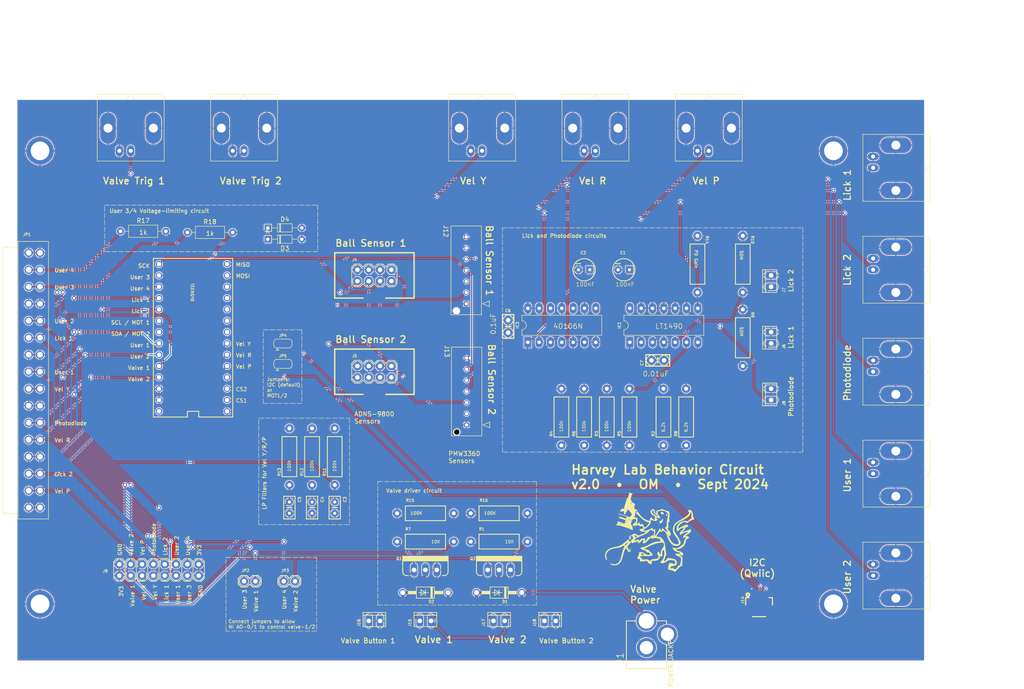
<source format=kicad_pcb>
(kicad_pcb (version 20240108) (generator "pcbnew") (generator_version "8.0")
  (layers (0 "F.Cu" signal) (31 "B.Cu" signal) (34 "B.Paste" user) (35 "F.Paste" user) (36 "B.SilkS" user "B.Silkscreen") (37 "F.SilkS" user "F.Silkscreen") (38 "B.Mask" user) (39 "F.Mask" user) (44 "Edge.Cuts" user))
  (net 0 "")
  (net 1 "GND")
  (net 2 "Net-(C1-+)")
  (net 3 "/VEL_Y")
  (net 4 "/VEL_R")
  (net 5 "/VEL_P")
  (net 6 "+3.3V")
  (net 7 "Net-(Q2-D)")
  (net 8 "V_Sol")
  (net 9 "Net-(Q1-D)")
  (net 10 "/USER_4")
  (net 11 "/SCK")
  (net 12 "/MOSI")
  (net 13 "/MOT1")
  (net 14 "/MISO")
  (net 15 "/CS1")
  (net 16 "/MOT2")
  (net 17 "/CS2")
  (net 18 "/LICK_1_IN")
  (net 19 "/LICK_2_IN")
  (net 20 "Net-(IC1C--IN)")
  (net 21 "/LICK_1")
  (net 22 "/VALVE_2_TRIG")
  (net 23 "/PHOTODIODE")
  (net 24 "/VALVE_1_TRIG")
  (net 25 "/USER_2")
  (net 26 "/USER_3")
  (net 27 "/USER_1")
  (net 28 "/LICK_2")
  (net 29 "/SDA")
  (net 30 "/SCL")
  (net 31 "Net-(Q1-G)")
  (net 32 "Net-(Q2-G)")
  (net 33 "/USER_4_IN")
  (net 34 "/USER_3_IN")
  (net 35 "/SDA-D18")
  (net 36 "/SCL-D19")
  (net 37 "Net-(IC1A-OUT)")
  (net 38 "Net-(IC1A--IN)")
  (net 39 "Net-(IC1B--IN)")
  (net 40 "Net-(IC1B-OUT)")
  (net 41 "Net-(R11-2)")
  (net 42 "Net-(R12-2)")
  (net 43 "Net-(R13-2)")
  (net 51 "Net-(IC3A-I)")
  (footprint "Jumper:SolderJumper-3_P1.3mm_Bridged12_RoundedPad1.0x1.5mm" (layer "F.Cu") (at 87.1809 91.9734)
    (property "Reference" "JP4")
    (property "Value" "SolderJumper_3_Bridged12" (hide yes))
  )
  (footprint "HarveyBehaviorPCB_v2:TO220V" (layer "F.Cu") (at 135.636 142.748)
    (property "Reference" "Q2")
    (property "Value" "N-FET" (hide yes))
  )
  (footprint "Connector_Coaxial:BNC_Amphenol_B6252HB-NPP3G-50_Horizontal" (layer "F.Cu") (at 219.456 144.018 -90)
    (property "Reference" "U$10" (hide yes))
    (property "Value" "BNCPTH" (hide yes))
  )
  (footprint "HarveyBehaviorPCB_v2:2X4" (layer "F.Cu") (at 107.696 76.708)
    (property "Reference" "J4")
    (property "Value" "BALL_1" (hide yes))
  )
  (footprint "HarveyBehaviorPCB_v2:CPOL-RADIAL-10UF-25V" (layer "F.Cu") (at 154.686 75.438)
    (property "Reference" "C2")
    (property "Value" "C_Polarized_US" (hide yes))
  )
  (footprint "HarveyBehaviorPCB_v2:AXIAL-0.5" (layer "F.Cu") (at 190.246 90.678 -90)
    (property "Reference" "R9")
    (property "Value" "50M")
  )
  (footprint "HarveyBehaviorPCB_v2:2X8" (layer "F.Cu") (at 50.546 144.018)
    (property "Reference" "J9")
    (property "Value" "M08X2" (hide yes))
  )
  (footprint "HarveyBehaviorPCB_v2:1X02" (layer "F.Cu") (at 87.376 145.288)
    (property "Reference" "JP3")
    (property "Value" "JUMPER-2PTH" (hide yes))
  )
  (footprint "HarveyBehaviorPCB_v2:SMTSO-256-ET-0.165DIA" (layer "F.Cu") (at 210.566 150.368)
    (property "Reference" "J11" (hide yes))
    (property "Value" "M01SMTSO-256-ET-0.165DIA" (hide yes))
  )
  (footprint "HarveyBehaviorPCB_v2:SMTSO-256-ET-0.165DIA" (layer "F.Cu") (at 32.766 150.368)
    (property "Reference" "J2" (hide yes))
    (property "Value" "M01SMTSO-256-ET-0.165DIA" (hide yes))
  )
  (footprint "HarveyBehaviorPCB_v2:DO41-10" (layer "F.Cu") (at 135.636 147.828 180)
    (property "Reference" "D1")
    (property "Value" "1N4148" (hide yes))
  )
  (footprint "Connector_Coaxial:BNC_Amphenol_B6252HB-NPP3G-50_Horizontal" (layer "F.Cu") (at 157.226 48.768)
    (property "Reference" "U$4" (hide yes))
    (property "Value" "BNCPTH" (hide yes))
  )
  (footprint "HarveyBehaviorPCB_v2:AXIAL-0.5" (layer "F.Cu") (at 88.646 117.348 90)
    (property "Reference" "R13")
    (property "Value" "100k")
  )
  (footprint "HarveyBehaviorPCB_v2:10X02MTA" (layer "F.Cu") (at 147.066 154.178)
    (property "Reference" "J18")
    (property "Value" "Valve 2 Switch" (hide yes))
  )
  (footprint "HarveyBehaviorPCB_v2:TO220V" (layer "F.Cu") (at 119.126 142.748)
    (property "Reference" "Q1")
    (property "Value" "N-FET" (hide yes))
  )
  (footprint "Diode_THT:D_DO-34_SOD68_P7.62mm_Horizontal" (layer "F.Cu") (at 83.815 68.58)
    (property "Reference" "D3")
    (property "Value" "Vz=3V3" (hide yes))
  )
  (footprint "Package_DIP:DIP-14_W7.62mm_LongPads" (layer "F.Cu") (at 164.9349 91.693393 90)
    (property "Reference" "IC1")
    (property "Value" "LT1490A")
  )
  (footprint "HarveyBehaviorPCB_v2:AXIAL-0.5" (layer "F.Cu") (at 93.726 117.348 90)
    (property "Reference" "R12")
    (property "Value" "100k")
  )
  (footprint "HarveyBehaviorPCB_v2:AXIAL-0.5" (layer "F.Cu") (at 98.806 117.348 90)
    (property "Reference" "R11")
    (property "Value" "100k")
  )
  (footprint "HarveyBehaviorPCB_v2:10X02MTA" (layer "F.Cu") (at 119.126 154.178)
    (property "Reference" "J15")
    (property "Value" "Valve 1" (hide yes))
  )
  (footprint "HarveyBehaviorPCB_v2:10X02MTA" (layer "F.Cu") (at 196.596 103.378 90)
    (property "Reference" "J8")
    (property "Value" "Photodiode" (hide yes))
  )
  (footprint "Diode_THT:D_DO-34_SOD68_P7.62mm_Horizontal" (layer "F.Cu") (at 83.815 66.04)
    (property "Reference" "D4")
    (property "Value" "Vz=3V3" (hide yes))
  )
  (footprint "HarveyBehaviorPCB_v2:10X02MTA" (layer "F.Cu") (at 107.696 154.178)
    (property "Reference" "J16")
    (property "Value" "Valve 1 Switch" (hide yes))
  )
  (footprint "SparkFun-Connectors:POWER_JACK_PTH" (layer "F.Cu") (at 168.656 166.878)
    (property "Reference" "J1")
    (property "Value" "POWER_JACKPTH")
  )
  (footprint "HarveyBehaviorPCB_v2:AXIAL-0.5" (layer "F.Cu") (at 149.606 108.458 90)
    (property "Reference" "R4")
    (property "Value" "100k")
  )
  (footprint "Resistor_THT:R_Axial_DIN0207_L6.3mm_D2.5mm_P10.16mm_Horizontal" (layer "F.Cu") (at 50.8 66.802)
    (property "Reference" "R17")
    (property "Value" "1k")
  )
  (footprint "HarveyBehaviorPCB_v2:AXIAL-0.5" (layer "F.Cu") (at 180.086 74.168 -90)
    (property "Reference" "R14")
    (property "Value" "PD Gain")
  )
  (footprint "HarveyBehaviorPCB_v2:CAP-PTH-SMALL2" (layer "F.Cu") (at 88.646 127.508 -90)
    (property "Reference" "C5")
    (property "Value" "0.22uF")
  )
  (footprint "HarveyBehaviorPCB_v2:AXIAL-0.5" (layer "F.Cu") (at 172.466 108.458 90)
    (property "Reference" "R2")
    (property "Value" "6.2k")
  )
  (footprint "HarveyBehaviorPCB_v2:CAP-PTH-SMALL-KIT" (layer "F.Cu") (at 171.196 95.758)
    (property "Reference" "C7" (hide yes))
    (property "Value" "0.01uF" (hide yes))
  )
  (footprint "HarveyBehaviorPCB_v2:2X4" (layer "F.Cu") (at 107.696 98.298)
    (property "Reference" "J5")
    (property "Value" "BALL_2" (hide yes))
  )
  (footprint "HarveyBehaviorPCB_v2:CAP-PTH-SMALL2" (layer "F.Cu") (at 93.726 127.508 -90)
    (property "Reference" "C4")
    (property "Value" "0.22uF")
  )
  (footprint "Connector_Coaxial:BNC_Amphenol_B6252HB-NPP3G-50_Horizontal" (layer "F.Cu") (at 78.486 48.768)
    (property "Reference" "U$2" (hide yes))
    (property "Value" "BNCPTH" (hide yes))
  )
  (footprint "Jumper:SolderJumper-3_P1.3mm_Bridged12_RoundedPad1.0x1.5mm" (layer "F.Cu") (at 87.1809 96.5454)
    (property "Reference" "JP5")
    (property "Value" "SolderJumper_3_Bridged12" (hide yes))
  )
  (footprint "HarveyBehaviorPCB_v2:AXIAL-0.5" (layer "F.Cu") (at 135.636 136.398 180)
    (property "Reference" "R1")
    (property "Value" "10K")
  )
  (footprint "HarveyBehaviorPCB_v2:AXIAL-0.5" (layer "F.Cu") (at 135.636 130.048)
    (property "Reference" "R16")
    (property "Value" "100K")
  )
  (footprint "HarveyBehaviorPCB_v2:AXIAL-0.5" (layer "F.Cu") (at 119.126 130.048)
    (property "Reference" "R15")
    (property "Value" "100K")
  )
  (footprint "HarveyBehaviorPCB_v2:AXIAL-0.5" (layer "F.Cu") (at 164.846 108.458 90)
    (property "Reference" "R5")
    (property "Value" "100k")
  )
  (footprint "HarveyBehaviorPCB_v2:AXIAL-0.5" (layer "F.Cu") (at 154.686 108.458 90)
    (property "Reference" "R6")
    (property "Value" "100k")
  )
  (footprint "HarveyBehaviorPCB_v2:10X02MTA" (layer "F.Cu") (at 135.636 154.178)
    (property "Reference" "J17")
    (property "Value" "Valve 2" (hide yes))
  )
  (footprint "Connector_Coaxial:BNC_Amphenol_B6252HB-NPP3G-50_Horizontal" (layer "F.Cu") (at 53.086 48.768)
    (property "Reference" "U$1" (hide yes))
    (property "Value" "BNCPTH" (hide yes))
  )
  (footprint "HarveyBehaviorPCB_v2:1X16_TERM_BLOCK_0.15_" (layer "F.Cu") (at 32.766 71.628 -90)
    (property "Reference" "JP1")
    (property "Value" "M16")
  )
  (footprint "Connector_Coaxial:BNC_Amphenol_B6252HB-NPP3G-50_Horizontal" (layer "F.Cu") (at 219.456 75.438 -90)
    (property "Reference" "U$7" (hide yes))
    (property "Value" "BNCPTH" (hide yes))
  )
  (footprint "footprints:CON_535170730_MOL" (layer "F.Cu") (at 128.3589 110.236 -90)
    (property "Reference" "J13")
    (property "Value" "Conn_01x07" (hide yes))
  )
  (footprint "HarveyBehaviorPCB_v2:CAP-PTH-SMALL2" (layer "F.Cu") (at 98.806 127.508 -90)
    (property "Reference" "C3")
    (property "Value" "0.22uF")
  )
  (footprint "Connector_Coaxial:BNC_Amphenol_B6252HB-NPP3G-50_Horizontal" (layer "F.Cu") (at 182.626 48.768)
    (property "Reference" "U$3" (hide yes))
    (property "Value" "BNCPTH" (hide yes))
  )
  (footprint "footprints:CON_535170730_MOL" (layer "F.Cu") (at 128.27 83.058 -90)
    (property "Reference" "J12")
    (property "Value" "Conn_01x07" (hide yes))
  )
  (footprint "HarveyBehaviorPCB_v2:10X02MTA" (layer "F.Cu") (at 196.596 77.978 90)
    (property "Reference" "J7")
    (property "Value" "MTA02-100" (hide yes))
  )
  (footprint "HarveyBehaviorPCB_v2:AXIAL-0.5" (layer "F.Cu") (at 177.546 108.458 90)
    (property "Reference" "R8")
    (property "Value" "6.2k")
  )
  (footprint "HarveyBehaviorPCB_v2:10X02MTA" (layer "F.Cu") (at 196.596 90.678 90)
    (property "Reference" "J6")
    (property "Value" "MTA02-100" (hide yes))
  )
  (footprint "HarveyBehaviorPCB_v2:SMTSO-256-ET-0.165DIA" (layer "F.Cu") (at 210.566 48.768)
    (property "Reference" "J10" (hide yes))
    (property "Value" "M01SMTSO-256-ET-0.165DIA" (hide yes))
  )
  (footprint "HarveyBehaviorPCB_v2:CPOL-RADIAL-10UF-25V" (layer "F.Cu") (at 163.576 75.438)
    (property "Reference" "C1")
    (property "Value" "100nF" (hide yes))
  )
  (footprint "HarveyBehaviorPCB_v2:SMTSO-256-ET-0.165DIA" (layer "F.Cu") (at 32.766 48.768)
    (property "Reference" "J3" (hide yes))
    (property "Value" "M01SMTSO-256-ET-0.165DIA" (hide yes))
  )
  (footprint "Connector_Coaxial:BNC_Amphenol_B6252HB-NPP3G-50_Horizontal" (layer "F.Cu") (at 219.456 98.298 -90)
    (property "Reference" "U$8" (hide yes))
    (property "Value" "BNCPTH" (hide yes))
  )
  (footprint "Package_DIP:DIP-14_W7.62mm_LongPads" (layer "F.Cu") (at 142.0749 91.693393 90)
    (property "Reference" "IC3")
    (property "Value" "40106N")
  )
  (footprint "HarveyBehaviorPCB_v2:AXIAL-0.5" (layer "F.Cu") (at 159.766 108.458 90)
    (property "Reference" "R3")
    (property "Value" "100k")
  )
  (footprint "HarveyBehaviorPCB_v2:1X02" (layer "F.Cu") (at 78.486 145.288)
    (property "Reference" "JP2")
    (property "Value" "JUMPER-2PTH" (hide yes))
  )
  (footprint "HarveyBehaviorPCB_v2:DO41-10" (layer "F.Cu") (at 119.126 147.828 180)
    (property "Reference" "D2")
    (property "Value" "1N4148" (hide yes))
  )
  (footprint "HarveyBehaviorPCB_v2:AXIAL-0.5" (layer "F.Cu") (at 190.246 74.168 -90)
    (property "Reference" "R10")
    (property "Value" "50M")
  )
  (footprint "HarveyBehaviorPCB_v2:CAP-PTH-SMALL-KIT" (layer "F.Cu") (at 137.668 88.138 -90)
    (property "Reference" "C6" (hide yes))
    (property "Value" "0.1uF" (hide yes))
  )
  (footprint "Connector_Coaxial:BNC_Amphenol_B6252HB-NPP3G-50_Horizontal" (layer "F.Cu") (at 219.456 121.158 -90)
    (property "Reference" "U$9" (hide yes))
    (property "Value" "BNCPTH" (hide yes))
  )
  (footprint "HarveyBehaviorPCB_v2:AXIAL-0.5" (layer "F.Cu") (at 119.126 136.398 180)
    (property "Reference" "R7")
    (property "Value" "10K")
  )
  (footprint "Connector_Coaxial:BNC_Amphenol_B6252HB-NPP3G-50_Horizontal" (layer "F.Cu") (at 131.826 48.768)
    (property "Reference" "U$5" (hide yes))
    (property "Value" "BNCPTH" (hide yes))
  )
  (footprint "Resistor_THT:R_Axial_DIN0207_L6.3mm_D2.5mm_P10.16mm_Horizontal" (layer "F.Cu") (at 65.786 67.056)
    (property "Reference" "R18")
    (property "Value" "1k")
  )
  (footprint "RIC Global Footprints:RIC_Logo_20mm" (layer "F.Cu") (at 169.3799 134.2644)
    (property "Reference" "G***" (hide yes))
    (property "Value" "LOGO" (hide yes))
  )
  (footprint "Connector_Coaxial:BNC_Amphenol_B6252HB-NPP3G-50_Horizontal" (layer "F.Cu") (at 219.456 52.578 -90)
    (property "Reference" "U$6" (hide yes))
    (property "Value" "BNCPTH" (hide yes))
  )
  (footprint "SparkFun-Connectors:1X04_1MM_RA" (layer "F.Cu") (at 193.8909 148.621115)
    (property "Reference" "J14")
    (property "Value" "I2C_STANDARDQWIIC" (hide yes))
  )
  (footprint "HarveyBehaviorPCB_v2:TEENSY_3.0-3.2&LC_DIL" (layer "F.Cu") (at 67.056 90.678 180)
    (property "Reference" "TEENSY0")
    (property "Value" "TEENSY_3.1-3.2-4.0" (hide yes))
  )
  (gr_rect (start 136.398 66.04) (end 203.708 116.332) (stroke (width 0.1) (type dash)) (fill none) (layer "F.SilkS"))
  (gr_line (start 98.806 81.788) (end 105.156 81.788) (stroke (width 0.3048)) (layer "F.SilkS"))
  (gr_rect (start 82.804 88.9) (end 91.44 105.41) (stroke (width 0.1) (type dash)) (fill none) (layer "F.SilkS"))
  (gr_line (start 116.586 81.788) (end 110.236 81.788) (stroke (width 0.3048)) (layer "F.SilkS"))
  (gr_line (start 116.586 103.378) (end 110.236 103.378) (stroke (width 0.3048)) (layer "F.SilkS"))
  (gr_rect (start 47.244 60.96) (end 94.996 71.374) (stroke (width 0.1) (type dash)) (fill none) (layer "F.SilkS"))
  (gr_line (start 98.806 93.218) (end 116.586 93.218) (stroke (width 0.3048)) (layer "F.SilkS"))
  (gr_line (start 98.806 103.378) (end 105.156 103.378) (stroke (width 0.3048)) (layer "F.SilkS"))
  (gr_rect (start 81.788 108.712) (end 102.108 132.588) (stroke (width 0.1) (type dash)) (fill none) (layer "F.SilkS"))
  (gr_line (start 116.586 71.628) (end 116.586 81.788) (stroke (width 0.3048)) (layer "F.SilkS"))
  (gr_rect (start 108.458 122.936) (end 144.018 150.622) (stroke (width 0.1) (type dash)) (fill none) (layer "F.SilkS"))
  (gr_rect (start 74.422 139.954) (end 94.742 156.464) (stroke (width 0.1) (type dash)) (fill none) (layer "F.SilkS"))
  (gr_line (start 116.586 93.218) (end 116.586 103.378) (stroke (width 0.3048)) (layer "F.SilkS"))
  (gr_line (start 98.806 71.628) (end 116.586 71.628) (stroke (width 0.3048)) (layer "F.SilkS"))
  (gr_line (start 98.806 71.628) (end 98.806 81.788) (stroke (width 0.3048)) (layer "F.SilkS"))
  (gr_line (start 98.806 93.218) (end 98.806 103.378) (stroke (width 0.3048)) (layer "F.SilkS"))
  (gr_line (start 27.686 37.338) (end 27.686 163.068) (stroke (width 0.05)) (layer "Edge.Cuts"))
  (gr_line (start 230.886 163.068) (end 230.886 37.338) (stroke (width 0.05)) (layer "Edge.Cuts"))
  (gr_line (start 230.886 37.338) (end 27.686 37.338) (stroke (width 0.05)) (layer "Edge.Cuts"))
  (gr_line (start 27.686 163.068) (end 230.886 163.068) (stroke (width 0.05)) (layer "Edge.Cuts"))
  (gr_text "Lick 2" (at 53.216386 85.238336 0) (layer "F.SilkS") (effects (font (size 0.8636 0.8636) (thickness 0.1524)) (justify left bottom)))
  (gr_text "Valve\nPower" (at 164.846 150.368 0) (layer "F.SilkS") (effects (font (size 1.5113 1.5113) (thickness 0.2667)) (justify left bottom)))
  (gr_text "Valve 1" (at 53.996336 151.06009 90) (layer "F.SilkS") (effects (font (size 0.8636 0.8636) (thickness 0.1524)) (justify left bottom)))
  (gr_text "User 4" (at 66.421 139.573 90) (layer "F.SilkS") (effects (font (size 0.8636 0.8636) (thickness 0.1524)) (justify left bottom)))
  (gr_text "User 1" (at 35.941 98.933 0) (layer "F.SilkS") (effects (font (size 0.8636 0.8636) (thickness 0.1524)) (justify left bottom)))
  (gr_text "Ball Sensor 2" (at 98.806 91.948 0) (layer "F.SilkS") (effects (font (size 1.5113 1.5113) (thickness 0.2667)) (justify left bottom)))
  (gr_text "Vel Y" (at 76.581 92.583 0) (layer "F.SilkS") (effects (font (size 0.8636 0.8636) (thickness 0.1524)) (justify left bottom)))
  (gr_text "Lick 1" (at 53.216386 82.698336 0) (layer "F.SilkS") (effects (font (size 0.8636 0.8636) (thickness 0.1524)) (justify left bottom)))
  (gr_text "Connect jumpers to allow \nNI AO-0/1 to control valve-1/2" (at 74.93 155.956 0) (layer "F.SilkS") (effects (font (size 0.762 0.762) (thickness 0.127) (bold yes)) (justify left bottom)))
  (gr_text "User 4" (at 52.887395 80.158336 0) (layer "F.SilkS") (effects (font (size 0.8636 0.8636) (thickness 0.1524)) (justify left bottom)))
  (gr_text "Lick and Photodiode circuits" (at 140.716 68.326 0) (layer "F.SilkS") (effects (font (size 0.8636 0.8636) (thickness 0.1524)) (justify left bottom)))
  (gr_text "3V3" (at 68.961 139.573 90) (layer "F.SilkS") (effects (font (size 0.8636 0.8636) (thickness 0.1524)) (justify left bottom)))
  (gr_text "Valve 1" (at 81.661 152.273 90) (layer "F.SilkS") (effects (font (size 0.8636 0.8636) (thickness 0.1524)) (justify left bottom)))
  (gr_text "User 1" (at 52.887395 92.858336 0) (layer "F.SilkS") (effects (font (size 0.8636 0.8636) (thickness 0.1524)) (justify left bottom)))
  (gr_text "Vel Y" (at 126.746 56.388 0) (layer "F.SilkS") (effects (font (size 1.5113 1.5113) (thickness 0.2667)) (justify left bottom)))
  (gr_text "User 3" (at 52.887395 77.618336 0) (layer "F.SilkS") (effects (font (size 0.8636 0.8636) (thickness 0.1524)) (justify left bottom)))
  (gr_text "Valve 2" (at 133.096 159.258 0) (layer "F.SilkS") (effects (font (size 1.5113 1.5113) (thickness 0.2667)) (justify left bottom)))
  (gr_text "User 2" (at 35.941 87.503 0) (layer "F.SilkS") (effects (font (size 0.8636 0.8636) (thickness 0.1524)) (justify left bottom)))
  (gr_text "Lick 1" (at 201.676 93.218 90) (layer "F.SilkS") (effects (font (size 1.0795 1.0795) (thickness 0.1905)) (justify left bottom)))
  (gr_text "Valve 1" (at 52.39391 97.938336 0) (layer "F.SilkS") (effects (font (size 0.8636 0.8636) (thickness 0.1524)) (justify left bottom)))
  (gr_text "Vel P" (at 56.261 139.573 90) (layer "F.SilkS") (effects (font (size 0.8636 0.8636) (thickness 0.1524)) (justify left bottom)))
  (gr_text "3V3" (at 51.456336 148.839404 90) (layer "F.SilkS") (effects (font (size 0.8636 0.8636) (thickness 0.1524)) (justify left bottom)))
  (gr_text "Ball Sensor 1" (at 132.588 65.278 -90) (layer "F.SilkS") (effects (font (size 1.5113 1.5113) (thickness 0.2667)) (justify left bottom)))
  (gr_text "Lick 1" (at 214.540338 60.128573 90) (layer "F.SilkS") (effects (font (size 1.5113 1.5113) (thickness 0.2667)) (justify left bottom)))
  (gr_text "Lick 2" (at 35.941 121.793 0) (layer "F.SilkS") (effects (font (size 0.8636 0.8636) (thickness 0.1524)) (justify left bottom)))
  (gr_text "User 4" (at 88.011 151.638 90) (layer "F.SilkS") (effects (font (size 0.8636 0.8636) (thickness 0.1524)) (justify left bottom)))
  (gr_text "PMW3360\nSensors" (at 124.206 118.872 0) (layer "F.SilkS") (effects (font (size 1 1)) (justify left bottom)))
  (gr_text "LT1490" (at 170.561 88.773 0) (layer "F.SilkS") (effects (font (size 1.143 1.143) (thickness 0.127)) (justify left bottom)))
  (gr_text "User 3" (at 79.121 151.638 90) (layer "F.SilkS") (effects (font (size 0.8636 0.8636) (thickness 0.1524)) (justify left bottom)))
  (gr_text "Ball Sensor 1" (at 98.806 70.358 0) (layer "F.SilkS") (effects (font (size 1.5113 1.5113) (thickness 0.2667)) (justify left bottom)))
  (gr_text "Valve Button 1" (at 100.076 159.258 0) (layer "F.SilkS") (effects (font (size 1.0795 1.0795) (thickness 0.1905)) (justify left bottom)))
  (gr_text "Valve driver circuit" (at 110.236 125.476 0) (layer "F.SilkS") (effects (font (size 0.8636 0.8636) (thickness 0.1524)) (justify left bottom)))
  (gr_text "User 3/4 Voltage-limiting circuit" (at 48.26 62.738 0) (layer "F.SilkS") (effects (font (size 0.8636 0.8636) (thickness 0.1524)) (justify left bottom)))
  (gr_text "MISO" (at 76.581 74.803 0) (layer "F.SilkS") (effects (font (size 0.8636 0.8636) (thickness 0.1524)) (justify left bottom)))
  (gr_text "Lick 1" (at 61.616336 150.237614 90) (layer "F.SilkS") (effects (font (size 0.8636 0.8636) (thickness 0.1524)) (justify left bottom)))
  (gr_text "Vel R" (at 35.941 114.173 0) (layer "F.SilkS") (effects (font (size 0.8636 0.8636) (thickness 0.1524)) (justify left bottom)))
  (gr_text "Valve 2" (at 90.551 152.273 90) (layer "F.SilkS") (effects (font (size 0.8636 0.8636) (thickness 0.1524)) (justify left bottom)))
  (gr_text "Photodiode" (at 201.676 108.458 90) (layer "F.SilkS") (effects (font (size 1.0795 1.0795) (thickness 0.1905)) (justify left bottom)))
  (gr_text "User 2" (at 52.887395 95.398336 0) (layer "F.SilkS") (effects (font (size 0.8636 0.8636) (thickness 0.1524)) (justify left bottom)))
  (gr_text "Lick 2" (at 201.676 80.518 90) (layer "F.SilkS") (effects (font (size 1.0795 1.0795) (thickness 0.1905)) (justify left bottom)))
  (gr_text "LP Filters for Vel Y/R/P" (at 83.566 129.286 90) (layer "F.SilkS") (effects (font (size 0.8636 0.8636) (thickness 0.1524)) (justify left bottom)))
  (gr_text "Photodiode" (at 214.540338 105.040009 90) (layer "F.SilkS") (effects (font (size 1.5113 1.5113) (thickness 0.2667)) (justify left bottom)))
  (gr_text "100nF" (at 152.781 79.248 0) (layer "F.SilkS") (effects (font (size 0.9144 0.9144) (thickness 0.1016)) (justify left bottom)))
  (gr_text "CS2" (at 76.581 102.743 0) (layer "F.SilkS") (effects (font (size 0.8636 0.8636) (thickness 0.127)) (justify left bottom)))
  (gr_text "0.1uF" (at 135.001 90.043 90) (layer "F.SilkS") (effects (font (size 1.143 1.143) (thickness 0.127)) (justify left bottom)))
  (gr_text "Harvey Lab Behavior Circuit\nv2.0  •  OM  •  Sept 2024" (at 151.5999 124.7394 0) (layer "F.SilkS") (effects (font (size 2.032 2.032) (thickness 0.381)) (justify left bottom)))
  (gr_text "Valve 2" (at 52.39391 100.478336 0) (layer "F.SilkS") (effects (font (size 0.8636 0.8636) (thickness 0.1524)) (justify left bottom)))
  (gr_text "User 1" (at 214.540338 125.474307 90) (layer "F.SilkS") (effects (font (size 1.5113 1.5113) (thickness 0.2667)) (justify left bottom)))
  (gr_text "Valve 2" (at 53.721 139.573 90) (layer "F.SilkS") (effects (font (size 0.8636 0.8636) (thickness 0.1524)) (justify left bottom)))
  (gr_text "GND" (at 51.181 139.573 90) (layer "F.SilkS") (effects (font (size 0.8636 0.8636) (thickness 0.1524)) (justify left bottom)))
  (gr_text "40106N" (at 147.701 88.773 0) (layer "F.SilkS") (effects (font (size 1.143 1.143) (thickness 0.127)) (justify left bottom)))
  (gr_text "Lick 1" (at 35.941 91.313 0) (layer "F.SilkS") (effects (font (size 0.8636 0.8636) (thickness 0.1524)) (justify left bottom)))
  (gr_text "C6" (at 136.906 84.963 0) (layer "F.SilkS") (effects (font (size 0.635 0.635) (thickness 0.127)) (justify left bottom)))
  (gr_text "User 3" (at 66.696336 150.566605 90) (layer "F.SilkS") (effects (font (size 0.8636 0.8636) (thickness 0.1524)) (justify left bottom)))
  (gr_text "ADNS-9800\nSensors" (at 103.124 109.982 0) (layer "F.SilkS") (effects (font (size 1 1)) (justify left bottom)))
  (gr_text "Jumpers:\nI2C (default)\nor\nMOT1/2" (at 83.554307 104.109439 0) (layer "F.SilkS") (effects (font (size 0.762 0.762) (thickness 0.127) (bold yes)) (justify left bottom)))
  (gr_text "100nF" (at 161.671 79.248 0) (layer "F.SilkS") (effects (font (size 0.9144 0.9144) (thickness 0.1016)) (justify left bottom)))
  (gr_text "C7" (at 168.021 97.028 90) (layer "F.SilkS") (effects (font (size 0.635 0.635) (thickness 0.127) (bold yes)) (justify left bottom)))
  (gr_text "Vel R" (at 153.416 56.388 0) (layer "F.SilkS") (effects (font (size 1.5113 1.5113) (thickness 0.2667)) (justify left bottom)))
  (gr_text "SCK" (at 54.696844 75.078336 0) (layer "F.SilkS") (effects (font (size 0.8636 0.8636) (thickness 0.1524)) (justify left bottom)))
  (gr_text "Vel P" (at 35.941 125.603 0) (layer "F.SilkS") (effects (font (size 0.8636 0.8636) (thickness 0.1524)) (justify left bottom)))
  (gr_text "GND" (at 69.236336 148.839404 90) (layer "F.SilkS") (effects (font (size 0.8636 0.8636) (thickness 0.1524)) (justify left bottom)))
  (gr_text "User 1" (at 64.156336 150.566605 90) (layer "F.SilkS") (effects (font (size 0.8636 0.8636) (thickness 0.1524)) (justify left bottom)))
  (gr_text "User 2" (at 214.540338 148.334307 90) (layer "F.SilkS") (effects (font (size 1.5113 1.5113) (thickness 0.2667)) (justify left bottom)))
  (gr_text "Vel P" (at 178.816 56.388 0) (layer "F.SilkS") (effects (font (size 1.5113 1.5113) (thickness 0.2667)) (justify left bottom)))
  (gr_text "User 4" (at 35.941 76.073 0) (layer "F.SilkS") (effects (font (size 0.8636 0.8636) (thickness 0.1524)) (justify left bottom)))
  (gr_text "Photodiode" (at 35.941 110.363 0) (layer "F.SilkS") (effects (font (size 0.8636 0.8636) (thickness 0.1524)) (justify left bottom)))
  (gr_text "Vel R" (at 56.536336 149.661881 90) (layer "F.SilkS") (effects (font (size 0.8636 0.8636) (thickness 0.1524)) (justify left bottom)))
  (gr_text "Vel P" (at 76.581 97.663 0) (layer "F.SilkS") (effects (font (size 0.8636 0.8636) (thickness 0.1524)) (justify left bottom)))
  (gr_text "User 2" (at 63.881 139.573 90) (layer "F.SilkS") (effects (font (size 0.8636 0.8636) (thickness 0.1524)) (justify left bottom)))
  (gr_text "SCL / MOT 1" (at 48.6029 87.778336 0) (layer "F.SilkS") (effects (font (size 0.8636 0.8636) (thickness 0.1524)) (justify left bottom)))
  (gr_text "Valve Button 2" (at 144.526 159.258 0) (layer "F.SilkS") (effects (font (size 1.0795 1.0795) (thickness 0.1905)) (justify left bottom)))
  (gr_text "Lick 2" (at 214.540338 79.178573 90) (layer "F.SilkS") (effects (font (size 1.5113 1.5113) (thickness 0.2667)) (justify left bottom)))
  (gr_text "Ball Sensor 2" (at 133.096 91.948 -90) (layer "F.SilkS") (effects (font (size 1.5113 1.5113) (thickness 0.2667)) (justify left bottom)))
  (gr_text "Valve Trig 1" (at 46.736 56.388 0) (layer "F.SilkS") (effects (font (size 1.5113 1.5113) (thickness 0.2667)) (justify left bottom)))
  (gr_text "Vel Y" (at 59.076336 149.53851 90) (layer "F.SilkS") (effects (font (size 0.8636 0.8636) (thickness 0.1524)) (justify left bottom)))
  (gr_text "Valve Trig 2" (at 72.898 56.388 0) (layer "F.SilkS") (effects (font (size 1.5113 1.5113) (thickness 0.2667)) (justify left bottom)))
  (gr_text "I2C\n(Qwiic)" (at 193.5099 144.4244 0) (layer "F.SilkS") (effects (font (size 1.5113 1.5113) (thickness 0.2667)) (justify bottom)))
  (gr_text "Vel Y" (at 35.941 102.743 0) (layer "F.SilkS") (effects (font (size 0.8636 0.8636) (thickness 0.1524)) (justify left bottom)))
  (gr_text "0.01uF" (at 167.759744 99.44608 0) (layer "F.SilkS") (effects (font (size 1.143 1.143) (thickness 0.127)) (justify left bottom)))
  (gr_text "CS1" (at 76.581 105.283 0) (layer "F.SilkS") (effects (font (size 0.8636 0.8636) (thickness 0.127)) (justify left bottom)))
  (gr_text "Valve 1" (at 116.586 159.258 0) (layer "F.SilkS") (effects (font (size 1.5113 1.5113) (thickness 0.2667)) (justify left bottom)))
  (gr_text "User 3" (at 35.941 79.883 0) (layer "F.SilkS") (effects (font (size 0.8636 0.8636) (thickness 0.1524)) (justify left bottom)))
  (gr_text "Vel R" (at 76.581 95.123 0) (layer "F.SilkS") (effects (font (size 0.8636 0.8636) (thickness 0.1524)) (justify left bottom)))
  (gr_text "SDA / MOT 2" (at 48.6029 90.318336 0) (layer "F.SilkS") (effects (font (size 0.8636 0.8636) (thickness 0.1524)) (justify left bottom)))
  (gr_text "MOSI" (at 76.581 77.343 0) (layer "F.SilkS") (effects (font (size 0.8636 0.8636) (thickness 0.1524)) (justify left bottom)))
  (gr_text "Lick 2" (at 61.341 139.573 90) (layer "F.SilkS") (effects (font (size 0.8636 0.8636) (thickness 0.1524)) (justify left bottom)))
  (gr_text "Photodiode" (at 58.801 139.573 90) (layer "F.SilkS") (effects (font (size 0.8636 0.8636) (thickness 0.1524)) (justify left bottom)))
  (segment (start 192.3923 147.1168) (end 192.2399 146.9644) (width 0.254) (layer "F.Cu") (net 1))
  (segment (start 192.3923 148.621115) (end 192.3923 147.1168) (width 0.254) (layer "F.Cu") (net 1))
  (via (at 192.2399 146.9644) (size 0.6) (drill 0.3) (layers "F.Cu" "B.Cu") (net 1))
  (segment (start 162.306 85.598) (end 162.306 77.978) (width 0.254) (layer "F.Cu") (net 2))
  (segment (start 162.306 77.978) (end 164.846 75.438) (width 0.254) (layer "F.Cu") (net 2))
  (segment (start 145.796 117.348) (end 145.796 93.218) (width 0.254) (layer "F.Cu") (net 2))
  (segment (start 172.466 114.808) (end 168.656 118.618) (width 0.254) (layer "F.Cu") (net 2))
  (segment (start 147.066 91.948) (end 150.876 88.138) (width 0.254) (layer "F.Cu") (net 2))
  (segment (start 150.876 88.138) (end 159.766 88.138) (width 0.254) (layer "F.Cu") (net 2))
  (segment (start 147.066 118.618) (end 145.796 117.348) (width 0.254) (layer "F.Cu") (net 2))
  (segment (start 168.656 118.618) (end 147.066 118.618) (width 0.254) (layer "F.Cu") (net 2))
  (segment (start 159.766 88.138) (end 162.306 85.598) (width 0.254) (layer "F.Cu") (net 2))
  (segment (start 145.796 93.218) (end 147.066 91.948) (width 0.254) (layer "F.Cu") (net 2))
  (segment (start 98.806 123.698) (end 98.806 127.508) (width 0.3048) (layer "F.Cu") (net 3))
  (segment (start 58.166 144.018) (end 59.436 142.748) (width 0.254) (layer "F.Cu") (net 3))
  (segment (start 41.656 93.218) (end 42.926 91.948) (width 0.254) (layer "F.Cu") (net 3))
  (segment (start 30.226 102.108) (end 32.766 102.108) (width 0.3048) (layer "F.Cu") (net 3))
  (segment (start 32.766 102.108) (end 41.656 93.218) (width 0.254) (layer "F.Cu") (net 3))
  (segment (start 59.436 142.748) (end 59.436 128.778) (width 0.254) (layer "F.Cu") (net 3))
  (segment (start 42.926 91.948) (end 42.926 61.468) (width 0.3048) (layer "F.Cu") (net 3))
  (segment (start 42.926 61.468) (end 45.466 58.928) (width 0.3048) (layer "F.Cu") (net 3))
  (segment (start 45.466 58.928) (end 121.666 58.928) (width 0.3048) (layer "F.Cu") (net 3))
  (via (at 59.436 128.778) (size 0.9144) (drill 0.508) (layers "F.Cu" "B.Cu") (net 3))
  (via (at 41.656 93.218) (size 0.9144) (drill 0.508) (layers "F.Cu" "B.Cu") (net 3))
  (via (at 121.666 58.928) (size 0.8064) (drill 0.4) (layers "F.Cu" "B.Cu") (net 3))
  (segment (start 98.806 123.698) (end 93.726 118.618) (width 0.254) (layer "B.Cu") (net 3))
  (segment (start 49.276 118.618) (end 41.656 110.998) (width 0.254) (layer "B.Cu") (net 3))
  (segment (start 121.666 58.928) (end 131.826 48.768) (width 0.3048) (layer "B.Cu") (net 3))
  (segment (start 59.436 128.778) (end 49.276 118.618) (width 0.254) (layer "B.Cu") (net 3))
  (segment (start 41.656 110.998) (end 41.656 93.218) (width 0.254) (layer "B.Cu") (net 3))
  (segment (start 93.726 118.618) (end 49.276 118.618) (width 0.254) (layer "B.Cu") (net 3))
  (segment (start 45.466 100.838) (end 45.466 64.008) (width 0.3048) (layer "F.Cu") (net 4))
  (segment (start 69.85 143.256) (end 86.106 127) (width 0.254) (layer "F.Cu") (net 4))
  (segment (start 32.766 113.538) (end 45.466 100.838) (width 0.3048) (layer "F.Cu") (net 4))
  (segment (start 30.226 113.538) (end 32.766 113.538) (width 0.3048) (layer "F.Cu") (net 4))
  (segment (start 86.106 123.19) (end 88.138 121.158) (width 0.254) (layer "F.Cu") (net 4))
  (segment (start 91.186 121.158) (end 93.726 123.698) (width 0.254) (layer "F.Cu") (net 4))
  (segment (start 55.626 144.018) (end 59.436 147.828) (width 0.254) (layer "F.Cu") (net 4))
  (segment (start 59.436 147.828) (end 66.802 147.828) (width 0.254) (layer "F.Cu") (net 4))
  (segment (start 69.85 144.78) (end 69.85 143.256) (width 0.254) (layer "F.Cu") (net 4))
  (segment (start 56.896 142.748) (end 55.626 144.018) (width 0.254) (layer "F.Cu") (net 4))
  (segment (start 45.466 64.008) (end 48.006 61.468) (width 0.3048) (layer "F.Cu") (net 4))
  (segment (start 86.106 127) (end 86.106 123.19) (width 0.254) (layer "F.Cu") (net 4))
  (segment (start 88.138 121.158) (end 91.186 121.158) (width 0.254) (layer "F.Cu") (net 4))
  (segment (start 56.896 135.128) (end 56.896 142.748) (width 0.254) (layer "F.Cu") (net 4))
  (segment (start 93.726 123.698) (end 93.726 127.508) (width 0.3048) (layer "F.Cu") (net 4))
  (segment (start 48.006 61.468) (end 144.526 61.468) (width 0.3048) (layer "F.Cu") (net 4))
  (segment (start 66.802 147.828) (end 69.85 144.78) (width 0.254) (layer "F.Cu") (net 4))
  (via (at 144.526 61.468) (size 0.8064) (drill 0.4) (layers "F.Cu" "B.Cu") (net 4))
  (via (at 56.896 135.128) (size 0.9144) (drill 0.508) (layers "F.Cu" "B.Cu") (net 4))
  (segment (start 32.766 113.538) (end 35.306 113.538) (width 0.254) (layer "B.Cu") (net 4))
  (segment (start 35.306 113.538) (end 56.896 135.128) (width 0.254) (layer "B.Cu") (net 4))
  (segment (start 144.526 61.468) (end 157.226 48.768) (width 0.3048) (layer "B.Cu") (net 4))
  (segment (start 48.006 66.548) (end 50.546 64.008) (width 0.3048) (layer "F.Cu") (net 5))
  (segment (start 32.766 124.968) (end 48.006 109.728) (width 0.3048) (layer "F.Cu") (net 5))
  (segment (start 59.436 150.368) (end 54.356 145.288) (width 0.254) (layer "F.Cu") (net 5))
  (segment (start 88.646 127.508) (end 88.392 127.508) (width 0.254) (layer "F.Cu") (net 5))
  (segment (start 77.47 138.43) (end 77.47 139.954) (width 0.254) (layer "F.Cu") (net 5))
  (segment (start 77.47 139.954) (end 67.056 150.368) (width 0.254) (layer "F.Cu") (net 5))
  (segment (start 30.226 124.968) (end 32.766 124.968) (width 0.3048) (layer "F.Cu") (net 5))
  (segment (start 88.392 127.508) (end 77.47 138.43) (width 0.254) (layer "F.Cu") (net 5))
  (segment (start 88.646 123.698) (end 88.646 127.508) (width 0.3048) (layer "F.Cu") (net 5))
  (segment (start 67.056 150.368) (end 59.436 150.368) (width 0.254) (layer "F.Cu") (net 5))
  (segment (start 48.006 109.728) (end 48.006 66.548) (width 0.3048) (layer "F.Cu") (net 5))
  (segment (start 50.546 64.008) (end 167.386 64.008) (width 0.3048) (layer "F.Cu") (net 5))
  (segment (start 54.356 145.288) (end 54.356 142.748) (width 0.254) (layer "F.Cu") (net 5))
  (segment (start 54.356 142.748) (end 55.626 141.478) (width 0.254) (layer "F.Cu") (net 5))
  (via (at 167.386 64.008) (size 0.8064) (drill 0.4) (layers "F.Cu" "B.Cu") (net 5))
  (segment (start 32.766 124.968) (end 39.116 124.968) (width 0.254) (layer "B.Cu") (net 5))
  (segment (start 39.116 124.968) (end 55.626 141.478) (width 0.254) (layer "B.Cu") (net 5))
  (segment (start 167.386 64.008) (end 182.626 48.768) (width 0.3048) (layer "B.Cu") (net 5))
  (segment (start 130.556 147.828) (end 130.556 150.368) (width 0.6096) (layer "F.Cu") (net 7))
  (segment (start 132.08 147.828) (end 130.556 147.828) (width 0.6096) (layer "F.Cu") (net 7))
  (segment (start 130.556 150.368) (end 134.366 154.178) (width 0.6096) (layer "F.Cu") (net 7))
  (segment (start 135.636 142.748) (end 135.636 144.272) (width 0.6096) (layer "F.Cu") (net 7))
  (segment (start 135.636 144.272) (end 132.08 147.828) (width 0.6096) (layer "F.Cu") (net 7))
  (segment (start 140.716 147.828) (end 140.716 150.368) (width 0.6096) (layer "F.Cu") (net 8))
  (segment (start 140.716 150.368) (end 136.906 154.178) (width 0.6096) (layer "F.Cu") (net 8))
  (segment (start 124.206 147.828) (end 124.206 150.368) (width 0.6096) (layer "F.Cu") (net 8))
  (segment (start 124.206 150.368) (end 120.396 154.178) (width 0.6096) (layer "F.Cu") (net 8))
  (segment (start 136.906 156.718) (end 135.636 157.988) (width 0.6096) (layer "B.Cu") (net 8))
  (segment (start 163.306 147.828) (end 140.716 147.828) (width 0.6096) (layer "B.Cu") (net 8))
  (segment (start 124.206 157.988) (end 120.396 154.178) (width 0.6096) (layer "B.Cu") (net 8))
  (segment (start 135.636 157.988) (end 124.206 157.988) (width 0.6096) (layer "B.Cu") (net 8))
  (segment (start 168.656 153.178) (end 163.306 147.828) (width 0.6096) (layer "B.Cu") (net 8))
  (segment (start 136.906 154.178) (end 136.906 156.718) (width 0.6096) (layer "B.Cu") (net 8))
  (segment (start 114.046 147.828) (end 114.046 150.368) (width 0.6096) (layer "F.Cu") (net 9))
  (segment (start 119.126 142.748) (end 119.126 144.018) (width 0.6096) (layer "F.Cu") (net 9))
  (segment (start 115.316 147.828) (end 114.046 147.828) (width 0.6096) (layer "F.Cu") (net 9))
  (segment (start 119.126 144.018) (end 115.316 147.828) (width 0.6096) (layer "F.Cu") (net 9))
  (segment (start 114.046 150.368) (end 117.856 154.178) (width 0.6096) (layer "F.Cu") (net 9))
  (segment (start 58.166 95.758) (end 55.626 93.218) (width 0.254) (layer "F.Cu") (net 10))
  (segment (start 61.0489 67.0814) (end 63.5889 69.6214) (width 0.2) (layer "F.Cu") (net 10))
  (segment (start 65.786 100.838) (end 60.706 95.758) (width 0.254) (layer "F.Cu") (net 10))
  (segment (start 83.6499 68.6054) (end 82.6339 69.6214) (width 0.2) (layer "F.Cu") (net 10))
  (segment (start 55.626 72.5043) (end 61.0489 67.0814) (width 0.254) (layer "F.Cu") (net 10))
  (segment (start 65.786 141.478) (end 65.786 136.398) (width 0.254) (layer "F.Cu") (net 10))
  (segment (start 87.376 145.288) (end 87.376 136.398) (width 0.254) (layer "F.Cu") (net 10))
  (segment (start 60.706 95.758) (end 58.166 95.758) (width 0.254) (layer "F.Cu") (net 10))
  (segment (start 55.626 93.218) (end 55.626 80.2894) (width 0.254) (layer "F.Cu") (net 10))
  (segment (start 65.786 136.398) (end 65.786 100.838) (width 0.254) (layer "F.Cu") (net 10))
  (segment (start 59.436 79.248) (end 56.6674 79.248) (width 0.254) (layer "F.Cu") (net 10))
  (segment (start 55.626 80.2894) (end 55.626 72.5043) (width 0.254) (layer "F.Cu") (net 10))
  (segment (start 82.6339 69.6214) (end 63.5889 69.6214) (width 0.2) (layer "F.Cu") (net 10))
  (segment (start 56.6674 79.248) (end 55.626 80.2894) (width 0.254) (layer "F.Cu") (net 10))
  (via (at 87.376 136.398) (size 0.9144) (drill 0.508) (layers "F.Cu" "B.Cu") (net 10))
  (via (at 65.786 136.398) (size 0.9144) (drill 0.508) (layers "F.Cu" "B.Cu") (net 10))
  (segment (start 87.376 136.398) (end 65.786 136.398) (width 0.254) (layer "B.Cu") (net 10))
  (segment (start 105.1814 97.8154) (end 106.426 99.06) (width 0.3048) (layer "F.Cu") (net 11))
  (segment (start 105.156 96.512468) (end 105.156 97.543531) (width 0.3048) (layer "F.Cu") (net 11))
  (segment (start 106.426 77.978) (end 106.426 95.162947) (width 0.3048) (layer "F.Cu") (net 11))
  (segment (start 105.1814 96.407547) (end 105.1814 96.512469) (width 0.3048) (layer "F.Cu") (net 11))
  (segment (start 106.426 99.06) (end 106.426 99.568) (width 0.3048) (layer "F.Cu") (net 11))
  (segment (start 106.426 95.162947) (end 105.1814 96.407547) (width 0.3048) (layer "F.Cu") (net 11))
  (segment (start 105.1814 97.543532) (end 105.1814 97.8154) (width 0.3048) (layer "F.Cu") (net 11))
  (segment (start 94.996 72.898) (end 125.5395 72.898) (width 0.254) (layer "B.Cu") (net 11))
  (segment (start 94.996 72.898) (end 101.346 79.248) (width 0.254) (layer "B.Cu") (net 11))
  (segment (start 105.156 79.248) (end 106.426 77.978) (width 0.254) (layer "B.Cu") (net 11))
  (segment (start 60.706 72.898) (end 94.996 72.898) (width 0.254) (layer "B.Cu") (net 11))
  (segment (start 129.4883 101.512) (end 128.3589 102.6414) (width 0.254) (layer "B.Cu") (net 11))
  (segment (start 129.4883 76.8468) (end 129.4883 101.512) (width 0.254) (layer "B.Cu") (net 11))
  (segment (start 59.436 74.168) (end 60.706 72.898) (width 0.254) (layer "B.Cu") (net 11))
  (segment (start 101.346 79.248) (end 105.156 79.248) (width 0.254) (layer "B.Cu") (net 11))
  (segment (start 125.5395 72.898) (end 129.4883 76.8468) (width 0.254) (layer "B.Cu") (net 11))
  (segment (start 107.696 96.367369) (end 108.966 95.097369) (width 0.3048) (layer "F.Cu") (net 12))
  (segment (start 107.7214 97.543532) (end 108.966 98.788132) (width 0.254) (layer "F.Cu") (net 12))
  (segment (start 74.676 76.708) (end 96.266 76.708) (width 0.254) (layer "F.Cu") (net 12))
  (segment (start 107.696 97.518132) (end 107.696 96.367369) (width 0.3048) (layer "F.Cu") (net 12))
  (segment (start 96.266 76.708) (end 100.076 80.518) (width 0.254) (layer "F.Cu") (net 12))
  (segment (start 108.966 95.097369) (end 108.966 77.978) (width 0.3048) (layer "F.Cu") (net 12))
  (segment (start 110.236 76.708) (end 108.966 77.978) (width 0.254) (layer "F.Cu") (net 12))
  (segment (start 130.3909 72.898) (end 131.826 74.3331) (width 0.254) (layer "F.Cu") (net 12))
  (segment (start 131.826 74.3331) (end 131.826 96.6343) (width 0.254) (layer "F.Cu") (net 12))
  (segment (start 108.966 98.788132) (end 108.966 99.568) (width 0.254) (layer "F.Cu") (net 12))
  (segment (start 131.826 96.6343) (end 128.3589 100.1014) (width 0.254) (layer "F.Cu") (net 12))
  (segment (start 124.3203 76.708) (end 110.236 76.708) (width 0.254) (layer "F.Cu") (net 12))
  (segment (start 128.1049 72.9234) (end 124.3203 76.708) (width 0.254) (layer "F.Cu") (net 12))
  (segment (start 107.7214 97.543532) (end 107.696 97.518132) (width 0.3048) (layer "F.Cu") (net 12))
  (via (at 100.076 80.518) (size 0.9144) (drill 0.508) (layers "F.Cu" "B.Cu") (net 12))
  (via (at 130.3909 72.898) (size 0.6) (drill 0.3) (layers "F.Cu" "B.Cu") (net 12))
  (segment (start 130.3909 72.898) (end 130.3655 72.9234) (width 0.254) (layer "B.Cu") (net 12))
  (segment (start 106.426 80.518) (end 108.966 77.978) (width 0.254) (layer "B.Cu") (net 12))
  (segment (start 100.076 80.518) (end 106.426 80.518) (width 0.254) (layer "B.Cu") (net 12))
  (segment (start 130.3655 72.9234) (end 128.1049 72.9234) (width 0.254) (layer "B.Cu") (net 12))
  (segment (start 97.1169 83.3374) (end 99.4029 83.3374) (width 0.2) (layer "F.Cu") (net 13))
  (segment (start 88.4809 91.9734) (end 97.1169 83.3374) (width 0.2) (layer "F.Cu") (net 13))
  (via (at 99.4029 83.3374) (size 0.6) (drill 0.3) (layers "F.Cu" "B.Cu") (net 13))
  (segment (start 114.6683 82.0674) (end 114.3889 81.788) (width 0.2) (layer "B.Cu") (net 13))
  (segment (start 126.5809 82.0674) (end 114.6683 82.0674) (width 0.2) (layer "B.Cu") (net 13))
  (segment (start 114.3889 81.788) (end 114.3889 78.3209) (width 0.2) (layer "B.Cu") (net 13))
  (segment (start 113.1189 83.3374) (end 114.3889 82.0674) (width 0.2) (layer "B.Cu") (net 13))
  (segment (start 99.4029 83.3374) (end 113.1189 83.3374) (width 0.2) (layer "B.Cu") (net 13))
  (segment (start 128.1049 80.5434) (end 126.5809 82.0674) (width 0.2) (layer "B.Cu") (net 13))
  (segment (start 114.3889 78.3209) (end 111.506 75.438) (width 0.2) (layer "B.Cu") (net 13))
  (segment (start 114.3889 82.0674) (end 114.3889 81.788) (width 0.2) (layer "B.Cu") (net 13))
  (segment (start 103.8606 70.3834) (end 128.1049 70.3834) (width 0.254) (layer "F.Cu") (net 14))
  (segment (start 101.346 98.298) (end 102.616 99.568) (width 0.3048) (layer "F.Cu") (net 14))
  (segment (start 129.4883 96.432) (end 128.3589 97.5614) (width 0.254) (layer "F.Cu") (net 14))
  (segment (start 101.346 80.518) (end 101.346 98.298) (width 0.3048) (layer "F.Cu") (net 14))
  (segment (start 74.676 74.168) (end 100.076 74.168) (width 0.254) (layer "F.Cu") (net 14))
  (segment (start 100.076 74.168) (end 103.886 77.978) (width 0.254) (layer "F.Cu") (net 14))
  (segment (start 103.886 77.978) (end 101.346 80.518) (width 0.3048) (layer "F.Cu") (net 14))
  (segment (start 129.4883 71.7668) (end 129.4883 96.432) (width 0.254) (layer "F.Cu") (net 14))
  (segment (start 128.1049 70.3834) (end 129.4883 71.7668) (width 0.254) (layer "F.Cu") (net 14))
  (segment (start 100.076 74.168) (end 103.8606 70.3834) (width 0.254) (layer "F.Cu") (net 14))
  (segment (start 103.886 99.568) (end 102.616 99.568) (width 0.3048) (layer "F.Cu") (net 14))
  (segment (start 112.776 79.248) (end 111.506 77.978) (width 0.254) (layer "F.Cu") (net 15))
  (segment (start 128.1049 78.0034) (end 126.8603 79.248) (width 0.254) (layer "F.Cu") (net 15))
  (segment (start 74.676 104.648) (end 108.966 104.648) (width 0.254) (layer "F.Cu") (net 15))
  (segment (start 112.776 100.838) (end 112.776 79.248) (width 0.254) (layer "F.Cu") (net 15))
  (segment (start 108.966 104.648) (end 112.776 100.838) (width 0.254) (layer "F.Cu") (net 15))
  (segment (start 126.8603 79.248) (end 112.776 79.248) (width 0.254) (layer "F.Cu") (net 15))
  (segment (start 122.5169 107.7214) (end 128.3589 107.7214) (width 0.254) (layer "F.Cu") (net 16))
  (segment (start 114.1349 99.3394) (end 122.5169 107.7214) (width 0.254) (layer "F.Cu") (net 16))
  (segment (start 97.44075 92.04325) (end 92.9386 96.5454) (width 0.2) (layer "F.Cu") (net 16))
  (segment (start 92.9386 96.5454) (end 88.4809 96.5454) (width 0.2) (layer "F.Cu") (net 16))
  (via (at 114.1349 99.3394) (size 0.6) (drill 0.3) (layers "F.Cu" "B.Cu") (net 16))
  (via (at 97.44075 92.04325) (size 0.9144) (drill 0.508) (layers "F.Cu" "B.Cu") (net 16))
  (segment (start 97.5106 91.9734) (end 106.4514 91.9734) (width 0.254) (layer "B.Cu") (net 16))
  (segment (start 106.4514 91.9734) (end 111.506 97.028) (width 0.254) (layer "B.Cu") (net 16))
  (segment (start 97.44075 92.04325) (end 97.5106 91.9734) (width 0.254) (layer "B.Cu") (net 16))
  (segment (start 113.1824 98.7044) (end 111.506 97.028) (width 0.254) (layer "B.Cu") (net 16))
  (segment (start 113.4999 98.7044) (end 113.1824 98.7044) (width 0.254) (layer "B.Cu") (net 16))
  (segment (start 114.1349 99.3394) (end 113.4999 98.7044) (width 0.254) (layer "B.Cu") (net 16))
  (segment (start 108.966 102.108) (end 111.506 99.568) (width 0.254) (layer "F.Cu") (net 17))
  (segment (start 74.676 102.108) (end 108.966 102.108) (width 0.254) (layer "F.Cu") (net 17))
  (segment (start 111.506 99.568) (end 117.1194 105.1814) (width 0.254) (layer "B.Cu") (net 17))
  (segment (start 117.1194 105.1814) (end 128.3589 105.1814) (width 0.254) (layer "B.Cu") (net 17))
  (segment (start 172.466 89.408) (end 182.626 89.408) (width 0.254) (layer "F.Cu") (net 18))
  (segment (start 169.926 91.948) (end 172.466 89.408) (width 0.254) (layer "F.Cu") (net 18))
  (segment (start 182.626 89.408) (end 190.246 97.028) (width 0.254) (layer "F.Cu") (net 18))
  (segment (start 190.246 97.028) (end 191.516 97.028) (width 0.254) (layer "F.Cu") (net 18))
  (segment (start 191.516 97.028) (end 196.596 91.948) (width 0.254) (layer "F.Cu") (net 18))
  (segment (start 195.326 80.518) (end 196.596 79.248) (width 0.254) (layer "F.Cu") (net 19))
  (segment (start 190.246 80.518) (end 195.326 80.518) (width 0.254) (layer "F.Cu") (net 19))
  (segment (start 175.006 91.948) (end 180.086 86.868) (width 0.254) (layer "B.Cu") (net 19))
  (segment (start 180.086 86.868) (end 187.706 86.868) (width 0.254) (layer "B.Cu") (net 19))
  (segment (start 187.706 86.868) (end 190.246 80.518) (width 0.254) (layer "B.Cu") (net 19))
  (segment (start 180.086 67.818) (end 177.6349 70.2691) (width 0.254) (layer "F.Cu") (net 20))
  (segment (start 177.546 84.328) (end 181.356 88.138) (width 0.254) (layer "F.Cu") (net 20))
  (segment (start 177.6349 70.2691) (end 177.6349 84.073393) (width 0.254) (layer "F.Cu") (net 20))
  (segment (start 181.356 88.138) (end 185.166 88.138) (width 0.254) (layer "F.Cu") (net 20))
  (via (at 185.166 88.138) (size 0.9144) (drill 0.508) (layers "F.Cu" "B.Cu") (net 20))
  (segment (start 192.786 95.758) (end 192.786 102.108) (width 0.254) (layer "B.Cu") (net 20))
  (segment (start 192.786 102.108) (end 195.326 104.648) (width 0.254) (layer "B.Cu") (net 20))
  (segment (start 185.166 88.138) (end 192.786 95.758) (width 0.254) (layer "B.Cu") (net 20))
  (segment (start 195.326 104.648) (end 196.596 104.648) (width 0.254) (layer "B.Cu") (net 20))
  (segment (start 40.386 58.928) (end 40.386 81.788) (width 0.3048) (layer "F.Cu") (net 21))
  (segment (start 61.976 136.398) (end 61.976 142.748) (width 0.254) (layer "F.Cu") (net 21))
  (segment (start 219.456 52.578) (end 215.646 56.388) (width 0.3048) (layer "F.Cu") (net 21))
  (segment (start 40.386 83.058) (end 40.386 81.788) (width 0.3048) (layer "F.Cu") (net 21))
  (segment (start 40.386 58.928) (end 42.926 56.388) (width 0.3048) (layer "F.Cu") (net 21))
  (segment (start 61.976 142.748) (end 60.706 144.018) (width 0.254) (layer "F.Cu") (net 21))
  (segment (start 150.876 56.388) (end 215.646 56.388) (width 0.3048) (layer "F.Cu") (net 21))
  (segment (start 30.226 90.678) (end 32.766 90.678) (width 0.2) (layer "F.Cu") (net 21))
  (segment (start 32.766 90.678) (end 40.386 83.058) (width 0.3048) (layer "F.Cu") (net 21))
  (segment (start 42.926 56.388) (end 150.876 56.388) (width 0.3048) (layer "F.Cu") (net 21))
  (via (at 150.876 56.388) (size 0.9144) (drill 0.508) (layers "F.Cu" "B.Cu") (net 21))
  (via (at 61.976 136.398) (size 0.9144) (drill 0.508) (layers "F.Cu" "B.Cu") (net 21))
  (via (at 40.386 81.788) (size 0.9144) (drill 0.508) (layers "F.Cu" "B.Cu") (net 21))
  (segment (start 32.766 90.678) (end 36.576 94.488) (width 0.254) (layer "B.Cu") (net 21))
  (segment (start 36.576 110.998) (end 61.976 136.398) (width 0.254) (layer "B.Cu") (net 21))
  (segment (start 59.436 81.788) (end 40.386 81.788) (width 0.254) (layer "B.Cu") (net 21))
  (segment (start 36.576 94.488) (end 36.576 110.998) (width 0.254) (layer "B.Cu") (net 21))
  (segment (start 150.9649 90.423393) (end 150.9649 56.4769) (width 0.2) (layer "B.Cu") (net 21))
  (segment (start 150.9649 56.4769) (end 150.876 56.388) (width 0.2) (layer "B.Cu") (net 21))
  (segment (start 149.6949 91.693393) (end 150.9649 90.423393) (width 0.2) (layer "B.Cu") (net 21))
  (segment (start 36.576 55.118) (end 36.576 71.628) (width 0.3048) (layer "F.Cu") (net 22))
  (segment (start 39.116 52.578) (end 74.676 52.578) (width 0.3048) (layer "F.Cu") (net 22))
  (segment (start 36.576 55.118) (end 39.116 52.578) (width 0.3048) (layer "F.Cu") (net 22))
  (segment (start 44.196 99.568) (end 40.386 103.378) (width 0.254) (layer "F.Cu") (net 22))
  (segment (start 53.086 123.698) (end 53.086 141.478) (width 0.254) (layer "F.Cu") (net 22))
  (segment (start 36.576 71.628) (end 36.576 80.518) (width 0.254) (layer "F.Cu") (net 22))
  (segment (start 74.676 52.578) (end 78.486 48.768) (width 0.3048) (layer "F.Cu") (net 22))
  (segment (start 37.846 86.868) (end 40.386 89.408) (width 0.254) (layer "F.Cu") (net 22))
  (via (at 40.386 103.378) (size 0.9144) (drill 0.508) (layers "F.Cu" "B.Cu") (net 22))
  (via (at 36.576 80.518) (size 0.9144) (drill 0.508) (layers "F.Cu" "B.Cu") (net 22))
  (via (at 40.386 89.408) (size 0.9144) (drill 0.508) (layers "F.Cu" "B.Cu") (net 22))
  (via (at 53.086 123.698) (size 0.9144) (drill 0.508) (layers "F.Cu" "B.Cu") (net 22))
  (via (at 37.846 86.868) (size 0.9144) (drill 0.508) (layers "F.Cu" "B.Cu") (net 22))
  (via (at 44.196 99.568) (size 0.9144) (drill 0.508) (layers "F.Cu" "B.Cu") (net 22))
  (segment (start 51.816 142.748) (end 51.816 145.288) (width 0.254) (layer "B.Cu") (net 22))
  (segment (start 40.386 103.378) (end 40.386 110.998) (width 0.254) (layer "B.Cu") (net 22))
  (segment (start 59.436 99.568) (end 44.196 99.568) (width 0.254) (layer "B.Cu") (net 22))
  (segment (start 89.916 140.208) (end 138.176 140.208) (width 0.254) (layer "B.Cu") (net 22))
  (segment (start 36.576 85.598) (end 37.846 86.868) (width 0.254) (layer "B.Cu") (net 22))
  (segment (start 40.386 110.998) (end 53.086 123.698) (width 0.254) (layer "B.Cu") (net 22))
  (segment (start 138.176 140.208) (end 141.986 136.398) (width 0.254) (layer "B.Cu") (net 22))
  (segment (start 36.576 80.518) (end 36.576 85.598) (width 0.254) (layer "B.Cu") (net 22))
  (segment (start 89.916 145.288) (end 89.916 140.208) (width 0.254) (layer "B.Cu") (net 22))
  (segment (start 53.086 141.478) (end 51.816 142.748) (width 0.254) (layer "B.Cu") (net 22))
  (segment (start 77.216 140.208) (end 89.916 140.208) (width 0.254) (layer "B.Cu") (net 22))
  (segment (start 67.056 150.368) (end 77.216 140.208) (width 0.254) (layer "B.Cu") (net 22))
  (segment (start 40.386 89.408) (end 40.386 103.378) (width 0.254) (layer "B.Cu") (net 22))
  (segment (start 51.816 145.288) (end 56.896 150.368) (width 0.254) (layer "B.Cu") (net 22))
  (segment (start 56.896 150.368) (end 67.056 150.368) (width 0.254) (layer "B.Cu") (net 22))
  (segment (start 46.736 60.198) (end 176.276 60.198) (width 0.3048) (layer "F.Cu") (net 23))
  (segment (start 30.226 109.728) (end 32.766 109.728) (width 0.3048) (layer "F.Cu") (net 23))
  (segment (start 44.196 62.738) (end 46.736 60.198) (width 0.3048) (layer "F.Cu") (net 23))
  (segment (start 32.766 109.728) (end 44.196 98.298) (width 0.3048) (layer "F.Cu") (net 23))
  (segment (start 58.166 135.128) (end 58.166 141.478) (width 0.254) (layer "F.Cu") (net 23))
  (segment (start 44.196 98.298) (end 44.196 62.738) (width 0.3048) (layer "F.Cu") (net 23))
  (segment (start 180.086 84.328) (end 180.086 80.518) (width 0.254) (layer "F.Cu") (net 23))
  (segment (start 176.276 60.198) (end 211.836 60.198) (width 0.3048) (layer "F.Cu") (net 23))
  (via (at 176.276 60.198) (size 0.9144) (drill 0.508) (layers "F.Cu" "B.Cu") (net 23))
  (via (at 58.166 135.128) (size 0.9144) (drill 0.508) (layers "F.Cu" "B.Cu") (net 23))
  (via (at 211.836 60.198) (size 0.8064) (drill 0.4) (layers "F.Cu" "B.Cu") (net 23))
  (segment (start 176.276 71.628) (end 176.276 60.198) (width 0.254) (layer "B.Cu") (net 23))
  (segment (start 180.086 80.518) (end 180.086 75.438) (width 0.254) (layer "B.Cu") (net 23))
  (segment (start 32.766 109.728) (end 58.166 135.128) (width 0.254) (layer "B.Cu") (net 23))
  (segment (start 211.836 90.678) (end 219.456 98.298) (width 0.3048) (layer "B.Cu") (net 23))
  (segment (start 180.086 75.438) (end 176.276 71.628) (width 0.254) (layer "B.Cu") (net 23))
  (segment (start 211.836 60.198) (end 211.836 90.678) (width 0.3048) (layer "B.Cu") (net 23))
  (segment (start 40.386 53.848) (end 37.846 56.388) (width 0.254) (layer "F.Cu") (net 24))
  (segment (start 81.026 145.288) (end 81.026 138.938) (width 0.254) (layer "F.Cu") (net 24))
  (segment (start 37.846 56.388) (end 37.846 80.518) (width 0.254) (layer "F.Cu") (net 24))
  (segment (start 51.816 123.698) (end 51.816 142.748) (width 0.254) (layer "F.Cu") (net 24))
  (segment (start 53.086 53.848) (end 40.386 53.848) (width 0.254) (layer "F.Cu") (net 24))
  (segment (start 51.816 142.748) (end 53.086 144.018) (width 0.254) (layer "F.Cu") (net 24))
  (via (at 51.816 123.698) (size 0.9144) (drill 0.508) (layers "F.Cu" "B.Cu") (net 24))
  (via (at 37.846 80.518) (size 0.9144) (drill 0.508) (layers "F.Cu" "B.Cu") (net 24))
  (via (at 81.026 138.938) (size 0.9144) (drill 0.508) (layers "F.Cu" "B.Cu") (net 24))
  (via (at 53.086 53.848) (size 0.9144) (drill 0.508) (layers "F.Cu" "B.Cu") (net 24))
  (segment (start 60.706 85.598) (end 61.976 86.868) (width 0.254) (layer "B.Cu") (net 24))
  (segment (start 37.846 80.518) (end 37.846 84.328) (width 0.254) (layer "B.Cu") (net 24))
  (segment (start 77.216 138.938) (end 67.056 149.098) (width 0.254) (layer "B.Cu") (net 24))
  (segment (start 58.166 149.098) (end 53.086 144.018) (width 0.254) (layer "B.Cu") (net 24))
  (segment (start 125.476 136.398) (end 122.936 138.938) (width 0.254) (layer "B.Cu") (net 24))
  (segment (start 61.976 86.868) (end 61.976 94.488) (width 0.254) (layer "B.Cu") (net 24))
  (segment (start 61.976 94.488) (end 59.436 97.028) (width 0.254) (layer "B.Cu") (net 24))
  (segment (start 53.086 48.768) (end 53.086 53.848) (width 0.254) (layer "B.Cu") (net 24))
  (segment (start 67.056 149.098) (end 58.166 149.098) (width 0.254) (layer "B.Cu") (net 24))
  (segment (start 39.116 85.598) (end 60.706 85.598) (width 0.254) (layer "B.Cu") (net 24))
  (segment (start 39.116 110.998) (end 39.116 85.598) (width 0.254) (layer "B.Cu") (net 24))
  (segment (start 37.846 84.328) (end 39.116 85.598) (width 0.254) (layer "B.Cu") (net 24))
  (segment (start 122.936 138.938) (end 81.026 138.938) (width 0.254) (layer "B.Cu") (net 24))
  (segment (start 81.026 138.938) (end 77.216 138.938) (width 0.254) (layer "B.Cu") (net 24))
  (segment (start 51.816 123.698) (end 39.116 110.998) (width 0.254) (layer "B.Cu") (net 24))
  (segment (start 30.226 86.868) (end 32.766 86.868) (width 0.3048) (layer "F.Cu") (net 25))
  (segment (start 32.766 86.868) (end 39.116 80.518) (width 0.3048) (layer "F.Cu") (net 25))
  (segment (start 39.116 57.658) (end 41.656 55.118) (width 0.3048) (layer "F.Cu") (net 25))
  (segment (start 41.656 55.118) (end 209.296 55.118) (width 0.3048) (layer "F.Cu") (net 25))
  (segment (start 42.926 94.488) (end 37.846 99.568) (width 0.254) (layer "F.Cu") (net 25))
  (segment (start 39.116 80.518) (end 39.116 57.658) (width 0.3048) (layer "F.Cu") (net 25))
  (via (at 37.846 99.568) (size 0.9144) (drill 0.508) (layers "F.Cu" "B.Cu") (net 25))
  (via (at 42.926 94.488) (size 0.9144) (drill 0.508) (layers "F.Cu" "B.Cu") (net 25))
  (via (at 209.296 55.118) (size 0.8064) (drill 0.4) (layers "F.Cu" "B.Cu") (net 25))
  (segment (start 209.296 133.858) (end 209.296 55.118) (width 0.3048) (layer "B.Cu") (net 25))
  (segment (start 37.846 110.998) (end 63.246 136.398) (width 0.254) (layer "B.Cu") (net 25))
  (segment (start 219.456 144.018) (end 209.296 133.858) (width 0.3048) (layer "B.Cu") (net 25))
  (segment (start 63.246 136.398) (end 63.246 141.478) (width 0.254) (layer "B.Cu") (net 25))
  (segment (start 37.846 99.568) (end 37.846 110.998) (width 0.254) (layer "B.Cu") (net 25))
  (segment (start 37.846 91.948) (end 37.846 99.568) (width 0.254) (layer "B.Cu") (net 25))
  (segment (start 32.766 86.868) (end 37.846 91.948) (width 0.254) (layer "B.Cu") (net 25))
  (segment (start 59.436 94.488) (end 42.926 94.488) (width 0.254) (layer "B.Cu") (net 25))
  (segment (start 59.436 76.708) (end 61.0489 76.708) (width 0.2) (layer "F.Cu") (net 26))
  (segment (start 82.6389 67.0814) (end 83.6549 66.0654) (width 0.2) (layer "F.Cu") (net 26))
  (segment (start 65.786 144.018) (end 65.786 143.51) (width 0.254) (layer "F.Cu") (net 26))
  (segment (start 67.0052 137.668) (end 67.0052 96.9772) (width 0.254) (layer "F.Cu") (net 26))
  (segment (start 61.0489 76.708) (end 61.0489 79.7814) (width 0.2) (layer "F.Cu") (net 26))
  (segment (start 61.0489 76.708) (end 67.1703 76.708) (width 0.2) (layer "F.Cu") (net 26))
  (segment (start 65.786 143.51) (end 67.056 142.24) (width 0.254) (layer "F.Cu") (net 26))
  (segment (start 61.0489 79.7814) (end 60.2869 80.5434) (width 0.2) (layer "F.Cu") (net 26))
  (segment (start 78.486 138.938) (end 79.756 137.668) (width 0.254) (layer "F.Cu") (net 26))
  (segment (start 56.896 89.408) (end 56.896 81.6483) (width 0.254) (layer "F.Cu") (net 26))
  (segment (start 67.0052 96.9772) (end 60.706 90.678) (width 0.254) (layer "F.Cu") (net 26))
  (segment (start 67.056 137.7188) (end 67.0052 137.668) (width 0.254) (layer "F.Cu") (net 26))
  (segment (start 67.056 142.24) (end 67.056 137.7188) (width 0.254) (layer "F.Cu") (net 26))
  (segment (start 67.1703 76.708) (end 71.9709 71.9074) (width 0.2) (layer "F.Cu") (net 26))
  (segment (start 58.166 90.678) (end 56.896 89.408) (width 0.254) (layer "F.Cu") (net 26))
  (segment (start 58.0009 80.5434) (end 60.2869 80.5434) (width 0.254) (layer "F.Cu") (net 26))
  (segment (start 56.896 81.6483) (end 58.0009 80.5434) (width 0.254) (layer "F.Cu") (net 26))
  (segment (start 78.486 145.288) (end 78.486 138.938) (width 0.254) (layer "F.Cu") (net 26))
  (segment (start 60.706 90.678) (end 58.166 90.678) (width 0.254) (layer "F.Cu") (net 26))
  (segment (start 76.0349 67.0814) (end 82.6389 67.0814) (width 0.2) (layer "F.Cu") (net 26))
  (via (at 79.756 137.668) (size 0.9144) (drill 0.508) (layers "F.Cu" "B.Cu") (net 26))
  (via (at 71.9709 71.9074) (size 0.6) (drill 0.3) (layers "F.Cu" "B.Cu") (net 26))
  (via (at 67.0052 137.668) (size 0.9144) (drill 0.508) (layers "F.Cu" "B.Cu") (net 26))
  (segment (start 76.0349 67.0814) (end 71.9709 71.1454) (width 0.2) (layer "B.Cu") (net 26))
  (segment (start 71.9709 71.1454) (end 71.9709 71.9074) (width 0.2) (layer "B.Cu") (net 26))
  (segment (start 79.756 137.668) (end 67.0052 137.668) (width 0.254) (layer "B.Cu") (net 26))
  (segment (start 41.656 60.198) (end 44.196 57.658) (width 0.3048) (layer "F.Cu") (net 27))
  (segment (start 41.656 89.408) (end 41.656 60.198) (width 0.3048) (layer "F.Cu") (net 27))
  (segment (start 44.196 57.658) (end 210.566 57.658) (width 0.3048) (layer "F.Cu") (net 27))
  (segment (start 32.766 98.298) (end 41.656 89.408) (width 0.3048) (layer "F.Cu") (net 27))
  (segment (start 30.226 98.298) (end 32.766 98.298) (width 0.3048) (layer "F.Cu") (net 27))
  (via (at 210.566 57.658) (size 0.8064) (drill 0.4) (layers "F.Cu" "B.Cu") (net 27))
  (via (at 41.656 89.408) (size 0.9144) (drill 0.508) (layers "F.Cu" "B.Cu") (net 27))
  (segment (start 59.436 91.948) (end 58.166 91.948) (width 0.254) (layer "B.Cu") (net 27))
  (segment (start 32.766 98.298) (end 35.306 100.838) (width 0.254) (layer "B.Cu") (net 27))
  (segment (start 210.566 112.268) (end 219.456 121.158) (width 0.3048) (layer "B.Cu") (net 27))
  (segment (start 210.566 57.658) (end 210.566 112.268) (width 0.3048) (layer "B.Cu") (net 27))
  (segment (start 61.976 137.668) (end 61.976 142.748) (width 0.254) (layer "B.Cu") (net 27))
  (segment (start 35.306 110.998) (end 61.976 137.668) (width 0.254) (layer "B.Cu") (net 27))
  (segment (start 61.976 142.748) (end 63.246 144.018) (width 0.254) (layer "B.Cu") (net 27))
  (segment (start 55.626 89.408) (end 41.656 89.408) (width 0.254) (layer "B.Cu") (net 27))
  (segment (start 35.306 100.838) (end 35.306 110.998) (width 0.254) (layer "B.Cu") (net 27))
  (segment (start 58.166 91.948) (end 55.626 89.408) (width 0.254) (layer "B.Cu") (net 27))
  (segment (start 49.276 62.738) (end 145.796 62.738) (width 0.3048) (layer "F.Cu") (net 28))
  (segment (start 32.766 121.158) (end 46.736 107.188) (width 0.3048) (layer "F.Cu") (net 28))
  (segment (start 46.736 84.328) (end 46.736 65.278) (width 0.3048) (layer "F.Cu") (net 28))
  (segment (start 46.736 65.278) (end 49.276 62.738) (width 0.3048) (layer "F.Cu") (net 28))
  (segment (start 30.226 121.158) (end 32.766 121.158) (width 0.3048) (layer "F.Cu") (net 28))
  (segment (start 46.736 107.188) (end 46.736 84.328) (width 0.3048) (layer "F.Cu") (net 28))
  (segment (start 145.796 62.738) (end 213.106 62.738) (width 0.3048) (layer "F.Cu") (net 28))
  (via (at 213.106 62.738) (size 0.8064) (drill 0.4) (layers "F.Cu" "B.Cu") (net 28))
  (via (at 46.736 84.328) (size 0.9144) (drill 0.508) (layers "F.Cu" "B.Cu") (net 28))
  (via (at 145.796 62.738) (size 0.9144) (drill 0.508) (layers "F.Cu" "B.Cu") (net 28))
  (segment (start 144.526 91.948) (end 144.526 89.408) (width 0.254) (layer "B.Cu") (net 28))
  (segment (start 145.796 88.138) (end 145.796 62.738) (width 0.254) (layer "B.Cu") (net 28))
  (segment (start 32.766 121.158) (end 40.386 121.158) (width 0.254) (layer "B.Cu") (net 28))
  (segment (start 40.386 121.158) (end 60.706 141.478) (width 0.254) (layer "B.Cu") (net 28))
  (segment (start 213.106 62.738) (end 213.106 69.088) (width 0.3048) (layer "B.Cu") (net 28))
  (segment (start 59.436 84.328) (end 46.736 84.328) (width 0.254) (layer "B.Cu") (net 28))
  (segment (start 213.106 69.088) (end 219.456 75.438) (width 0.3048) (layer "B.Cu") (net 28))
  (segment (start 144.526 89.408) (end 145.796 88.138) (width 0.254) (layer "B.Cu") (net 28))
  (segment (start 87.4119 94.2594) (end 91.9099 94.2594) (width 0.254) (layer "F.Cu") (net 29))
  (segment (start 85.8809 92.7284) (end 87.4119 94.2594) (width 0.254) (layer "F.Cu") (net 29))
  (segment (start 194.1449 146.3294) (end 194.1449 148.377275) (width 0.254) (layer "F.Cu") (net 29))
  (segment (start 85.8809 91.9734) (end 85.8809 92.7284) (width 0.254) (layer "F.Cu") (net 29))
  (segment (start 194.1449 148.377275) (end 194.38874 148.621115) (width 0.254) (layer "F.Cu") (net 29))
  (via (at 194.1449 146.3294) (size 0.6) (drill 0.3) (layers "F.Cu" "B.Cu") (net 29))
  (via (at 91.9099 94.2594) (size 0.6) (drill 0.3) (layers "F.Cu" "B.Cu") (net 29))
  (segment (start 91.9099 94.2594) (end 121.7549 124.1044) (width 0.254) (layer "B.Cu") (net 29))
  (segment (start 121.7549 124.1044) (end 171.9199 124.1044) (width 0.254) (layer "B.Cu") (net 29))
  (segment (start 171.9199 124.1044) (end 194.1449 146.3294) (width 0.254) (layer "B.Cu") (net 29))
  (segment (start 195.4149 148.595715) (end 195.3895 148.621115) (width 0.254) (layer "F.Cu") (net 30))
  (segment (start 85.8809 96.5454) (end 85.8809 97.7554) (width 0.254) (layer "F.Cu") (net 30))
  (segment (start 85.8809 97.7554) (end 87.4649 99.3394) (width 0.254) (layer "F.Cu") (net 30))
  (segment (start 195.4149 146.9644) (end 195.4149 148.595715) (width 0.254) (layer "F.Cu") (net 30))
  (via (at 87.4649 99.3394) (size 0.6) (drill 0.3) (layers "F.Cu" "B.Cu") (net 30))
  (via (at 195.4149 146.9644) (size 0.6) (drill 0.3) (layers "F.Cu" "B.Cu") (net 30))
  (segment (start 94.4499 99.3394) (end 121.1199 126.0094) (width 0.254) (layer "B.Cu") (net 30))
  (segment (start 193.5099 146.9644) (end 195.4149 146.9644) (width 0.254) (layer "B.Cu") (net 30))
  (segment (start 172.5549 126.0094) (end 193.5099 146.9644) (width 0.254) (layer "B.Cu") (net 30))
  (segment (start 121.1199 126.0094) (end 172.5549 126.0094) (width 0.254) (layer "B.Cu") (net 30))
  (segment (start 87.4649 99.3394) (end 94.4499 99.3394) (width 0.254) (layer "B.Cu") (net 30))
  (segment (start 112.776 136.398) (end 116.586 140.208) (width 0.3048) (layer "F.Cu") (net 31))
  (segment (start 106.426 154.178) (end 106.426 152.908) (width 0.254) (layer "F.Cu") (net 31))
  (segment (start 116.586 140.208) (end 116.586 142.748) (width 0.3048) (layer "F.Cu") (net 31))
  (segment (start 125.476 131.318) (end 116.586 140.208) (width 0.254) (layer "F.Cu") (net 31))
  (segment (start 110.236 149.098) (end 116.586 142.748) (width 0.3048) (layer "F.Cu") (net 31))
  (segment (start 106.426 152.908) (end 110.236 149.098) (width 0.254) (layer "F.Cu") (net 31))
  (segment (start 125.476 130.048) (end 125.476 131.318) (width 0.254) (layer "F.Cu") (net 31))
  (segment (start 145.796 154.178) (end 143.256 151.638) (width 0.254) (layer "F.Cu") (net 32))
  (segment (start 141.986 130.048) (end 141.986 133.858) (width 0.254) (layer "F.Cu") (net 32))
  (segment (start 133.096 140.208) (end 133.096 142.748) (width 0.3048) (layer "F.Cu") (net 32))
  (segment (start 139.446 136.398) (end 139.446 140.208) (width 0.254) (layer "F.Cu") (net 32))
  (segment (start 139.446 140.208) (end 135.636 140.208) (width 0.254) (layer "F.Cu") (net 32))
  (segment (start 143.256 141.478) (end 141.986 140.208) (width 0.254) (layer "F.Cu") (net 32))
  (segment (start 141.986 133.858) (end 139.446 136.398) (width 0.254) (layer "F.Cu") (net 32))
  (segment (start 143.256 151.638) (end 143.256 141.478) (width 0.254) (layer "F.Cu") (net 32))
  (segment (start 135.636 140.208) (end 133.096 142.748) (width 0.254) (layer "F.Cu") (net 32))
  (segment (start 129.286 136.398) (end 133.096 140.208) (width 0.3048) (layer "F.Cu") (net 32))
  (segment (start 141.986 140.208) (end 139.446 140.208) (width 0.254) (layer "F.Cu") (net 32))
  (segment (start 30.226 75.438) (end 32.766 75.438) (width 0.3048) (layer "F.Cu") (net 33))
  (segment (start 42.5323 75.438) (end 50.8889 67.0814) (width 0.2) (layer "B.Cu") (net 33))
  (segment (start 32.766 75.438) (end 42.5323 75.438) (width 0.2) (layer "B.Cu") (net 33))
  (segment (start 30.226 79.248) (end 32.766 79.248) (width 0.3048) (layer "F.Cu") (net 34))
  (segment (start 32.766 79.248) (end 45.5803 79.248) (width 0.2) (layer "B.Cu") (net 34))
  (segment (start 55.2069 69.6214) (end 63.3349 69.6214) (width 0.2) (layer "B.Cu") (net 34))
  (segment (start 63.3349 69.6214) (end 65.8749 67.0814) (width 0.2) (layer "B.Cu") (net 34))
  (segment (start 45.5803 79.248) (end 55.2069 69.6214) (width 0.2) (layer "B.Cu") (net 34))
  (segment (start 59.436 86.868) (end 60.7314 88.1634) (width 0.2) (layer "F.Cu") (net 35))
  (segment (start 60.7314 88.1634) (end 85.1789 88.1634) (width 0.2) (layer "F.Cu") (net 35))
  (segment (start 86.5418 90.3843) (end 87.1809 91.0234) (width 0.2) (layer "F.Cu") (net 35))
  (segment (start 85.1789 88.1634) (end 86.5418 89.5263) (width 0.2) (layer "F.Cu") (net 35))
  (segment (start 87.1809 91.0234) (end 87.1809 91.9734) (width 0.2) (layer "F.Cu") (net 35))
  (segment (start 86.5418 89.5263) (end 86.5418 90.3843) (width 0.2) (layer "F.Cu") (net 35))
  (segment (start 87.1809 95.8169) (end 87.1809 96.5454) (width 0.2) (layer "F.Cu") (net 36))
  (segment (start 72.707903 89.408) (end 74.003303 90.7034) (width 0.2) (layer "F.Cu") (net 36))
  (segment (start 59.436 89.408) (end 72.707903 89.408) (width 0.2) (layer "F.Cu") (net 36))
  (segment (start 82.0674 90.7034) (end 87.1809 95.8169) (width 0.2) (layer "F.Cu") (net 36))
  (segment (start 74.003303 90.7034) (end 82.0674 90.7034) (width 0.2) (layer "F.Cu") (net 36))
  (segment (start 172.466 102.108) (end 164.846 94.488) (width 0.254) (layer "F.Cu") (net 37))
  (segment (start 164.846 94.488) (end 164.846 91.948) (width 0.254) (layer "F.Cu") (net 37))
  (segment (start 163.3474 89.1794) (end 165.8874 89.1794) (width 0.254) (layer "F.Cu") (net 38))
  (segment (start 159.766 102.108) (end 162.306 99.568) (width 0.254) (layer "F.Cu") (net 38))
  (segment (start 149.606 114.808) (end 159.766 104.648) (width 0.254) (layer "F.Cu") (net 38))
  (segment (start 159.766 104.648) (end 159.766 102.108) (width 0.254) (layer "F.Cu") (net 38))
  (segment (start 165.8874 89.1794) (end 167.386 90.678) (width 0.254) (layer "F.Cu") (net 38))
  (segment (start 162.306 99.568) (end 162.306 90.2208) (width 0.254) (layer "F.Cu") (net 38))
  (segment (start 162.306 90.2208) (end 163.3474 89.1794) (width 0.254) (layer "F.Cu") (net 38))
  (segment (start 167.386 90.678) (end 167.386 91.948) (width 0.254) (layer "F.Cu") (net 38))
  (segment (start 164.846 104.648) (end 164.846 102.108) (width 0.254) (layer "F.Cu") (net 39))
  (segment (start 154.686 114.808) (end 164.846 104.648) (width 0.254) (layer "F.Cu") (net 39))
  (segment (start 164.846 102.108) (end 168.656 102.108) (width 0.254) (layer "B.Cu") (net 39))
  (segment (start 177.546 93.218) (end 177.546 91.948) (width 0.254) (layer "B.Cu") (net 39))
  (segment (start 168.656 102.108) (end 177.546 93.218) (width 0.254) (layer "B.Cu") (net 39))
  (segment (start 180.086 93.218) (end 180.086 91.948) (width 0.254) (layer "F.Cu") (net 40))
  (segment (start 177.546 102.108) (end 177.546 95.758) (width 0.254) (layer "F.Cu") (net 40))
  (segment (start 177.546 95.758) (end 180.086 93.218) (width 0.254) (layer "F.Cu") (net 40))
  (segment (start 74.676 91.948) (end 69.596 97.028) (width 0.254) (layer "F.Cu") (net 41))
  (segment (start 73.406 116.078) (end 93.726 116.078) (width 0.254) (layer "F.Cu") (net 41))
  (segment (start 93.726 116.078) (end 98.806 110.998) (width 0.254) (layer "F.Cu") (net 41))
  (segment (start 69.596 112.268) (end 73.406 116.078) (width 0.254) (layer "F.Cu") (net 41))
  (segment (start 69.596 97.028) (end 69.596 112.268) (width 0.254) (layer "F.Cu") (net 41))
  (segment (start 91.186 113.538) (end 93.726 110.998) (width 0.254) (layer "F.Cu") (net 42))
  (segment (start 73.406 113.538) (end 91.186 113.538) (width 0.254) (layer "F.Cu") (net 42))
  (segment (start 74.676 94.488) (end 70.866 98.298) (width 0.254) (layer "F.Cu") (net 42))
  (segment (start 70.866 98.298) (end 70.866 110.998) (width 0.254) (layer "F.Cu") (net 42))
  (segment (start 70.866 110.998) (end 73.406 113.538) (width 0.254) (layer "F.Cu") (net 42))
  (segment (start 72.136 109.728) (end 73.406 110.998) (width 0.254) (layer "F.Cu") (net 43))
  (segment (start 72.136 99.568) (end 72.136 109.728) (width 0.254) (layer "F.Cu") (net 43))
  (segment (start 74.676 97.028) (end 72.136 99.568) (width 0.254) (layer "F.Cu") (net 43))
  (segment (start 73.406 110.998) (end 88.646 110.998) (width 0.254) (layer "F.Cu") (net 43))
  (segment (start 141.986 91.948) (end 141.986 117.348) (width 0.254) (layer "F.Cu") (net 51))
  (segment (start 144.526 119.888) (end 172.466 119.888) (width 0.254) (layer "F.Cu") (net 51))
  (segment (start 141.986 91.948) (end 148.336 85.598) (width 0.254) (layer "F.Cu") (net 51))
  (segment (start 141.986 117.348) (end 144.526 119.888) (width 0.254) (layer "F.Cu") (net 51))
  (segment (start 172.466 119.888) (end 177.546 114.808) (width 0.254) (layer "F.Cu") (net 51))
  (segment (start 148.336 83.058) (end 155.956 75.438) (width 0.254) (layer "F.Cu") (net 51))
  (segment (start 148.336 85.598) (end 148.336 83.058) (width 0.254) (layer "F.Cu") (net 51))
  (zone (net 6) (net_name "+3.3V") (layer "F.Cu") (priority 6) (connect_pads (clearance 0)) (min_thickness 0.2032) (fill yes (thermal_gap 0.2032) (thermal_bridge_width 0.2032))
    (polygon (pts (xy 234.7722 165.6842) (xy 26.341265 165.6842) (xy 23.798306 34.7218) (xy 234.7722 34.7218)))
  )
  (zone (net 1) (net_name "GND") (layer "B.Cu") (priority 6) (connect_pads (clearance 0)) (min_thickness 0.2032) (fill yes (thermal_gap 0.2032) (thermal_bridge_width 0.2032))
    (polygon (pts (xy 238.584427 169.495621) (xy 26.341239 165.682869) (xy 23.798306 34.7218) (xy 234.770074 34.7218)))
  )
)
</source>
